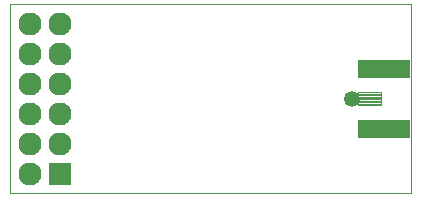
<source format=gbs>
G75*
%MOIN*%
%OFA0B0*%
%FSLAX25Y25*%
%IPPOS*%
%LPD*%
%AMOC8*
5,1,8,0,0,1.08239X$1,22.5*
%
%ADD10C,0.00000*%
%ADD11R,0.07700X0.07700*%
%ADD12C,0.07700*%
%ADD13C,0.05300*%
%ADD14C,0.00480*%
%ADD15R,0.17300X0.06300*%
D10*
X0004900Y0004900D02*
X0004900Y0067900D01*
X0138687Y0067900D01*
X0138687Y0004900D01*
X0004900Y0004900D01*
D11*
X0021400Y0011400D03*
D12*
X0011400Y0011400D03*
X0011400Y0021400D03*
X0021400Y0021400D03*
X0021400Y0031400D03*
X0011400Y0031400D03*
X0011400Y0041400D03*
X0021400Y0041400D03*
X0021400Y0051400D03*
X0011400Y0051400D03*
X0011400Y0061400D03*
X0021400Y0061400D03*
D13*
X0118900Y0036400D03*
D14*
X0120861Y0034240D02*
X0128681Y0034240D01*
X0120861Y0034240D02*
X0120861Y0038560D01*
X0128681Y0038560D01*
X0128681Y0034240D01*
X0128681Y0034719D02*
X0120861Y0034719D01*
X0120861Y0035198D02*
X0128681Y0035198D01*
X0128681Y0035677D02*
X0120861Y0035677D01*
X0120861Y0036156D02*
X0128681Y0036156D01*
X0128681Y0036635D02*
X0120861Y0036635D01*
X0120861Y0037114D02*
X0128681Y0037114D01*
X0128681Y0037593D02*
X0120861Y0037593D01*
X0120861Y0038072D02*
X0128681Y0038072D01*
X0128681Y0038551D02*
X0120861Y0038551D01*
D15*
X0129650Y0046400D03*
X0129650Y0026400D03*
M02*

</source>
